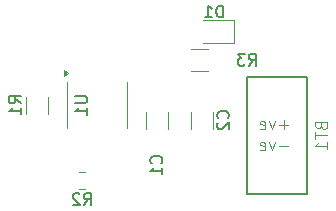
<source format=gbr>
%TF.GenerationSoftware,KiCad,Pcbnew,8.0.7*%
%TF.CreationDate,2025-02-12T01:29:36+05:30*%
%TF.ProjectId,MyNEW_PCB_ART_SJCET,4d794e45-575f-4504-9342-5f4152545f53,rev?*%
%TF.SameCoordinates,Original*%
%TF.FileFunction,Legend,Bot*%
%TF.FilePolarity,Positive*%
%FSLAX46Y46*%
G04 Gerber Fmt 4.6, Leading zero omitted, Abs format (unit mm)*
G04 Created by KiCad (PCBNEW 8.0.7) date 2025-02-12 01:29:36*
%MOMM*%
%LPD*%
G01*
G04 APERTURE LIST*
%ADD10C,0.150000*%
%ADD11C,0.100000*%
%ADD12C,0.120000*%
G04 APERTURE END LIST*
D10*
X191936666Y-88084819D02*
X192269999Y-87608628D01*
X192508094Y-88084819D02*
X192508094Y-87084819D01*
X192508094Y-87084819D02*
X192127142Y-87084819D01*
X192127142Y-87084819D02*
X192031904Y-87132438D01*
X192031904Y-87132438D02*
X191984285Y-87180057D01*
X191984285Y-87180057D02*
X191936666Y-87275295D01*
X191936666Y-87275295D02*
X191936666Y-87418152D01*
X191936666Y-87418152D02*
X191984285Y-87513390D01*
X191984285Y-87513390D02*
X192031904Y-87561009D01*
X192031904Y-87561009D02*
X192127142Y-87608628D01*
X192127142Y-87608628D02*
X192508094Y-87608628D01*
X191603332Y-87084819D02*
X190984285Y-87084819D01*
X190984285Y-87084819D02*
X191317618Y-87465771D01*
X191317618Y-87465771D02*
X191174761Y-87465771D01*
X191174761Y-87465771D02*
X191079523Y-87513390D01*
X191079523Y-87513390D02*
X191031904Y-87561009D01*
X191031904Y-87561009D02*
X190984285Y-87656247D01*
X190984285Y-87656247D02*
X190984285Y-87894342D01*
X190984285Y-87894342D02*
X191031904Y-87989580D01*
X191031904Y-87989580D02*
X191079523Y-88037200D01*
X191079523Y-88037200D02*
X191174761Y-88084819D01*
X191174761Y-88084819D02*
X191460475Y-88084819D01*
X191460475Y-88084819D02*
X191555713Y-88037200D01*
X191555713Y-88037200D02*
X191603332Y-87989580D01*
X190169580Y-92543333D02*
X190217200Y-92495714D01*
X190217200Y-92495714D02*
X190264819Y-92352857D01*
X190264819Y-92352857D02*
X190264819Y-92257619D01*
X190264819Y-92257619D02*
X190217200Y-92114762D01*
X190217200Y-92114762D02*
X190121961Y-92019524D01*
X190121961Y-92019524D02*
X190026723Y-91971905D01*
X190026723Y-91971905D02*
X189836247Y-91924286D01*
X189836247Y-91924286D02*
X189693390Y-91924286D01*
X189693390Y-91924286D02*
X189502914Y-91971905D01*
X189502914Y-91971905D02*
X189407676Y-92019524D01*
X189407676Y-92019524D02*
X189312438Y-92114762D01*
X189312438Y-92114762D02*
X189264819Y-92257619D01*
X189264819Y-92257619D02*
X189264819Y-92352857D01*
X189264819Y-92352857D02*
X189312438Y-92495714D01*
X189312438Y-92495714D02*
X189360057Y-92543333D01*
X189360057Y-92924286D02*
X189312438Y-92971905D01*
X189312438Y-92971905D02*
X189264819Y-93067143D01*
X189264819Y-93067143D02*
X189264819Y-93305238D01*
X189264819Y-93305238D02*
X189312438Y-93400476D01*
X189312438Y-93400476D02*
X189360057Y-93448095D01*
X189360057Y-93448095D02*
X189455295Y-93495714D01*
X189455295Y-93495714D02*
X189550533Y-93495714D01*
X189550533Y-93495714D02*
X189693390Y-93448095D01*
X189693390Y-93448095D02*
X190264819Y-92876667D01*
X190264819Y-92876667D02*
X190264819Y-93495714D01*
D11*
X198053609Y-93194285D02*
X198101228Y-93337142D01*
X198101228Y-93337142D02*
X198148847Y-93384761D01*
X198148847Y-93384761D02*
X198244085Y-93432380D01*
X198244085Y-93432380D02*
X198386942Y-93432380D01*
X198386942Y-93432380D02*
X198482180Y-93384761D01*
X198482180Y-93384761D02*
X198529800Y-93337142D01*
X198529800Y-93337142D02*
X198577419Y-93241904D01*
X198577419Y-93241904D02*
X198577419Y-92860952D01*
X198577419Y-92860952D02*
X197577419Y-92860952D01*
X197577419Y-92860952D02*
X197577419Y-93194285D01*
X197577419Y-93194285D02*
X197625038Y-93289523D01*
X197625038Y-93289523D02*
X197672657Y-93337142D01*
X197672657Y-93337142D02*
X197767895Y-93384761D01*
X197767895Y-93384761D02*
X197863133Y-93384761D01*
X197863133Y-93384761D02*
X197958371Y-93337142D01*
X197958371Y-93337142D02*
X198005990Y-93289523D01*
X198005990Y-93289523D02*
X198053609Y-93194285D01*
X198053609Y-93194285D02*
X198053609Y-92860952D01*
X197577419Y-93718095D02*
X197577419Y-94289523D01*
X198577419Y-94003809D02*
X197577419Y-94003809D01*
X198577419Y-95146666D02*
X198577419Y-94575238D01*
X198577419Y-94860952D02*
X197577419Y-94860952D01*
X197577419Y-94860952D02*
X197720276Y-94765714D01*
X197720276Y-94765714D02*
X197815514Y-94670476D01*
X197815514Y-94670476D02*
X197863133Y-94575238D01*
X195276115Y-94868466D02*
X194514211Y-94868466D01*
X194133258Y-94582752D02*
X193895163Y-95249419D01*
X193895163Y-95249419D02*
X193657068Y-94582752D01*
X192895163Y-95201800D02*
X192990401Y-95249419D01*
X192990401Y-95249419D02*
X193180877Y-95249419D01*
X193180877Y-95249419D02*
X193276115Y-95201800D01*
X193276115Y-95201800D02*
X193323734Y-95106561D01*
X193323734Y-95106561D02*
X193323734Y-94725609D01*
X193323734Y-94725609D02*
X193276115Y-94630371D01*
X193276115Y-94630371D02*
X193180877Y-94582752D01*
X193180877Y-94582752D02*
X192990401Y-94582752D01*
X192990401Y-94582752D02*
X192895163Y-94630371D01*
X192895163Y-94630371D02*
X192847544Y-94725609D01*
X192847544Y-94725609D02*
X192847544Y-94820847D01*
X192847544Y-94820847D02*
X193323734Y-94916085D01*
X195276115Y-93090466D02*
X194514211Y-93090466D01*
X194895163Y-93471419D02*
X194895163Y-92709514D01*
X194133258Y-92804752D02*
X193895163Y-93471419D01*
X193895163Y-93471419D02*
X193657068Y-92804752D01*
X192895163Y-93423800D02*
X192990401Y-93471419D01*
X192990401Y-93471419D02*
X193180877Y-93471419D01*
X193180877Y-93471419D02*
X193276115Y-93423800D01*
X193276115Y-93423800D02*
X193323734Y-93328561D01*
X193323734Y-93328561D02*
X193323734Y-92947609D01*
X193323734Y-92947609D02*
X193276115Y-92852371D01*
X193276115Y-92852371D02*
X193180877Y-92804752D01*
X193180877Y-92804752D02*
X192990401Y-92804752D01*
X192990401Y-92804752D02*
X192895163Y-92852371D01*
X192895163Y-92852371D02*
X192847544Y-92947609D01*
X192847544Y-92947609D02*
X192847544Y-93042847D01*
X192847544Y-93042847D02*
X193323734Y-93138085D01*
D10*
X177966666Y-99894819D02*
X178299999Y-99418628D01*
X178538094Y-99894819D02*
X178538094Y-98894819D01*
X178538094Y-98894819D02*
X178157142Y-98894819D01*
X178157142Y-98894819D02*
X178061904Y-98942438D01*
X178061904Y-98942438D02*
X178014285Y-98990057D01*
X178014285Y-98990057D02*
X177966666Y-99085295D01*
X177966666Y-99085295D02*
X177966666Y-99228152D01*
X177966666Y-99228152D02*
X178014285Y-99323390D01*
X178014285Y-99323390D02*
X178061904Y-99371009D01*
X178061904Y-99371009D02*
X178157142Y-99418628D01*
X178157142Y-99418628D02*
X178538094Y-99418628D01*
X177585713Y-98990057D02*
X177538094Y-98942438D01*
X177538094Y-98942438D02*
X177442856Y-98894819D01*
X177442856Y-98894819D02*
X177204761Y-98894819D01*
X177204761Y-98894819D02*
X177109523Y-98942438D01*
X177109523Y-98942438D02*
X177061904Y-98990057D01*
X177061904Y-98990057D02*
X177014285Y-99085295D01*
X177014285Y-99085295D02*
X177014285Y-99180533D01*
X177014285Y-99180533D02*
X177061904Y-99323390D01*
X177061904Y-99323390D02*
X177633332Y-99894819D01*
X177633332Y-99894819D02*
X177014285Y-99894819D01*
X177254819Y-90678095D02*
X178064342Y-90678095D01*
X178064342Y-90678095D02*
X178159580Y-90725714D01*
X178159580Y-90725714D02*
X178207200Y-90773333D01*
X178207200Y-90773333D02*
X178254819Y-90868571D01*
X178254819Y-90868571D02*
X178254819Y-91059047D01*
X178254819Y-91059047D02*
X178207200Y-91154285D01*
X178207200Y-91154285D02*
X178159580Y-91201904D01*
X178159580Y-91201904D02*
X178064342Y-91249523D01*
X178064342Y-91249523D02*
X177254819Y-91249523D01*
X178254819Y-92249523D02*
X178254819Y-91678095D01*
X178254819Y-91963809D02*
X177254819Y-91963809D01*
X177254819Y-91963809D02*
X177397676Y-91868571D01*
X177397676Y-91868571D02*
X177492914Y-91773333D01*
X177492914Y-91773333D02*
X177540533Y-91678095D01*
X172624819Y-91273333D02*
X172148628Y-90940000D01*
X172624819Y-90701905D02*
X171624819Y-90701905D01*
X171624819Y-90701905D02*
X171624819Y-91082857D01*
X171624819Y-91082857D02*
X171672438Y-91178095D01*
X171672438Y-91178095D02*
X171720057Y-91225714D01*
X171720057Y-91225714D02*
X171815295Y-91273333D01*
X171815295Y-91273333D02*
X171958152Y-91273333D01*
X171958152Y-91273333D02*
X172053390Y-91225714D01*
X172053390Y-91225714D02*
X172101009Y-91178095D01*
X172101009Y-91178095D02*
X172148628Y-91082857D01*
X172148628Y-91082857D02*
X172148628Y-90701905D01*
X172624819Y-92225714D02*
X172624819Y-91654286D01*
X172624819Y-91940000D02*
X171624819Y-91940000D01*
X171624819Y-91940000D02*
X171767676Y-91844762D01*
X171767676Y-91844762D02*
X171862914Y-91749524D01*
X171862914Y-91749524D02*
X171910533Y-91654286D01*
X184509580Y-96353333D02*
X184557200Y-96305714D01*
X184557200Y-96305714D02*
X184604819Y-96162857D01*
X184604819Y-96162857D02*
X184604819Y-96067619D01*
X184604819Y-96067619D02*
X184557200Y-95924762D01*
X184557200Y-95924762D02*
X184461961Y-95829524D01*
X184461961Y-95829524D02*
X184366723Y-95781905D01*
X184366723Y-95781905D02*
X184176247Y-95734286D01*
X184176247Y-95734286D02*
X184033390Y-95734286D01*
X184033390Y-95734286D02*
X183842914Y-95781905D01*
X183842914Y-95781905D02*
X183747676Y-95829524D01*
X183747676Y-95829524D02*
X183652438Y-95924762D01*
X183652438Y-95924762D02*
X183604819Y-96067619D01*
X183604819Y-96067619D02*
X183604819Y-96162857D01*
X183604819Y-96162857D02*
X183652438Y-96305714D01*
X183652438Y-96305714D02*
X183700057Y-96353333D01*
X184604819Y-97305714D02*
X184604819Y-96734286D01*
X184604819Y-97020000D02*
X183604819Y-97020000D01*
X183604819Y-97020000D02*
X183747676Y-96924762D01*
X183747676Y-96924762D02*
X183842914Y-96829524D01*
X183842914Y-96829524D02*
X183890533Y-96734286D01*
X189758094Y-84004819D02*
X189758094Y-83004819D01*
X189758094Y-83004819D02*
X189519999Y-83004819D01*
X189519999Y-83004819D02*
X189377142Y-83052438D01*
X189377142Y-83052438D02*
X189281904Y-83147676D01*
X189281904Y-83147676D02*
X189234285Y-83242914D01*
X189234285Y-83242914D02*
X189186666Y-83433390D01*
X189186666Y-83433390D02*
X189186666Y-83576247D01*
X189186666Y-83576247D02*
X189234285Y-83766723D01*
X189234285Y-83766723D02*
X189281904Y-83861961D01*
X189281904Y-83861961D02*
X189377142Y-83957200D01*
X189377142Y-83957200D02*
X189519999Y-84004819D01*
X189519999Y-84004819D02*
X189758094Y-84004819D01*
X188234285Y-84004819D02*
X188805713Y-84004819D01*
X188519999Y-84004819D02*
X188519999Y-83004819D01*
X188519999Y-83004819D02*
X188615237Y-83147676D01*
X188615237Y-83147676D02*
X188710475Y-83242914D01*
X188710475Y-83242914D02*
X188805713Y-83290533D01*
D12*
%TO.C,R3*%
X187040436Y-86720000D02*
X188494564Y-86720000D01*
X187040436Y-88540000D02*
X188494564Y-88540000D01*
%TO.C,C2*%
X187050000Y-91998748D02*
X187050000Y-93421252D01*
X188870000Y-91998748D02*
X188870000Y-93421252D01*
%TO.C,BT1*%
D10*
X191770000Y-89027000D02*
X196850000Y-89027000D01*
X196850000Y-98933000D01*
X191770000Y-98933000D01*
X191770000Y-89027000D01*
D12*
%TO.C,R2*%
X178027064Y-97055000D02*
X177572936Y-97055000D01*
X178027064Y-98525000D02*
X177572936Y-98525000D01*
%TO.C,U1*%
X176510000Y-89490000D02*
X176510000Y-91440000D01*
X176510000Y-93390000D02*
X176510000Y-91440000D01*
X181630000Y-89490000D02*
X181630000Y-91440000D01*
X181630000Y-93390000D02*
X181630000Y-91440000D01*
X176605000Y-88740000D02*
X176275000Y-88980000D01*
X176275000Y-88500000D01*
X176605000Y-88740000D01*
G36*
X176605000Y-88740000D02*
G01*
X176275000Y-88980000D01*
X176275000Y-88500000D01*
X176605000Y-88740000D01*
G37*
%TO.C,R1*%
X173080000Y-92167064D02*
X173080000Y-90712936D01*
X174900000Y-92167064D02*
X174900000Y-90712936D01*
%TO.C,C1*%
X183240000Y-91998748D02*
X183240000Y-93421252D01*
X185060000Y-91998748D02*
X185060000Y-93421252D01*
%TO.C,D1*%
X188020000Y-86160000D02*
X190705000Y-86160000D01*
X190705000Y-84240000D02*
X188020000Y-84240000D01*
X190705000Y-86160000D02*
X190705000Y-84240000D01*
%TD*%
M02*

</source>
